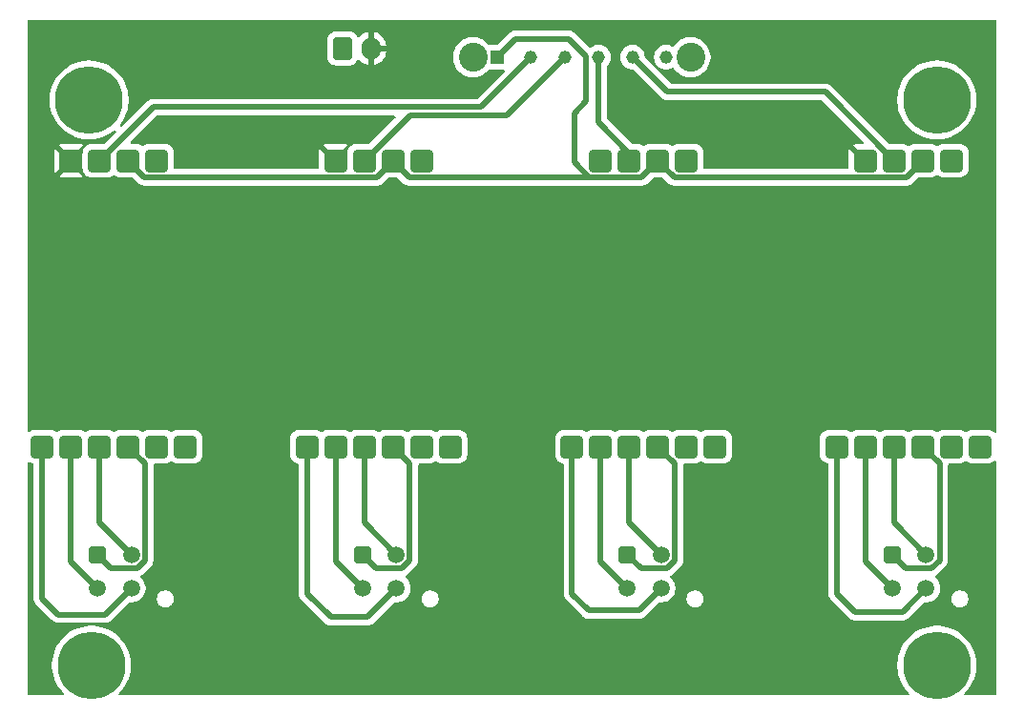
<source format=gtl>
%TF.GenerationSoftware,KiCad,Pcbnew,9.0.0*%
%TF.CreationDate,2025-04-09T17:39:02-07:00*%
%TF.ProjectId,Load Cell Amp Board,4c6f6164-2043-4656-9c6c-20416d702042,rev?*%
%TF.SameCoordinates,Original*%
%TF.FileFunction,Copper,L1,Top*%
%TF.FilePolarity,Positive*%
%FSLAX46Y46*%
G04 Gerber Fmt 4.6, Leading zero omitted, Abs format (unit mm)*
G04 Created by KiCad (PCBNEW 9.0.0) date 2025-04-09 17:39:02*
%MOMM*%
%LPD*%
G01*
G04 APERTURE LIST*
G04 Aperture macros list*
%AMRoundRect*
0 Rectangle with rounded corners*
0 $1 Rounding radius*
0 $2 $3 $4 $5 $6 $7 $8 $9 X,Y pos of 4 corners*
0 Add a 4 corners polygon primitive as box body*
4,1,4,$2,$3,$4,$5,$6,$7,$8,$9,$2,$3,0*
0 Add four circle primitives for the rounded corners*
1,1,$1+$1,$2,$3*
1,1,$1+$1,$4,$5*
1,1,$1+$1,$6,$7*
1,1,$1+$1,$8,$9*
0 Add four rect primitives between the rounded corners*
20,1,$1+$1,$2,$3,$4,$5,0*
20,1,$1+$1,$4,$5,$6,$7,0*
20,1,$1+$1,$6,$7,$8,$9,0*
20,1,$1+$1,$8,$9,$2,$3,0*%
G04 Aperture macros list end*
%TA.AperFunction,ComponentPad*%
%ADD10C,6.000000*%
%TD*%
%TA.AperFunction,ComponentPad*%
%ADD11RoundRect,0.250001X-0.499999X-0.499999X0.499999X-0.499999X0.499999X0.499999X-0.499999X0.499999X0*%
%TD*%
%TA.AperFunction,ComponentPad*%
%ADD12C,1.500000*%
%TD*%
%TA.AperFunction,ComponentPad*%
%ADD13R,1.170000X1.170000*%
%TD*%
%TA.AperFunction,ComponentPad*%
%ADD14C,1.170000*%
%TD*%
%TA.AperFunction,ComponentPad*%
%ADD15C,2.560000*%
%TD*%
%TA.AperFunction,ComponentPad*%
%ADD16RoundRect,0.300000X0.700000X-0.700000X0.700000X0.700000X-0.700000X0.700000X-0.700000X-0.700000X0*%
%TD*%
%TA.AperFunction,ComponentPad*%
%ADD17RoundRect,0.250000X-0.600000X-0.750000X0.600000X-0.750000X0.600000X0.750000X-0.600000X0.750000X0*%
%TD*%
%TA.AperFunction,ComponentPad*%
%ADD18O,1.700000X2.000000*%
%TD*%
%TA.AperFunction,Conductor*%
%ADD19C,0.500000*%
%TD*%
G04 APERTURE END LIST*
D10*
%TO.P,REF\u002A\u002A,1*%
%TO.N,N/C*%
X117800000Y-83400000D03*
%TD*%
D11*
%TO.P,J6,1,Pin_1*%
%TO.N,Net-(HX4-A+)*%
X189055437Y-123775437D03*
D12*
%TO.P,J6,2,Pin_2*%
%TO.N,Net-(HX4-A-)*%
X192055437Y-123775437D03*
%TO.P,J6,3,Pin_3*%
%TO.N,Net-(HX4-E-)*%
X189055437Y-126775437D03*
%TO.P,J6,4,Pin_4*%
%TO.N,Net-(HX4-E+)*%
X192055437Y-126775437D03*
%TD*%
D13*
%TO.P,J1,1,Pin_1*%
%TO.N,Net-(HX1-SCK)*%
X154000000Y-79600000D03*
D14*
%TO.P,J1,2,Pin_2*%
%TO.N,Net-(HX1-DT)*%
X157000000Y-79600000D03*
%TO.P,J1,3,Pin_3*%
%TO.N,Net-(HX2-DT)*%
X160000000Y-79600000D03*
%TO.P,J1,4,Pin_4*%
%TO.N,Net-(HX3-DT)*%
X163000000Y-79600000D03*
%TO.P,J1,5,Pin_5*%
%TO.N,Net-(HX4-DT)*%
X166000000Y-79600000D03*
%TO.P,J1,6,Pin_6*%
%TO.N,unconnected-(J1-Pin_6-Pad6)*%
X169000000Y-79600000D03*
D15*
%TO.P,J1,7*%
%TO.N,N/C*%
X151850000Y-79600000D03*
%TO.P,J1,8*%
X171150000Y-79600000D03*
%TD*%
D10*
%TO.P,REF\u002A\u002A,1*%
%TO.N,N/C*%
X118000000Y-133600000D03*
%TD*%
D16*
%TO.P,HX3,1,VCC*%
%TO.N,Net-(HX1-VCC)*%
X170805437Y-88805437D03*
%TO.P,HX3,2,SCK*%
%TO.N,Net-(HX1-SCK)*%
X168265437Y-88805437D03*
%TO.P,HX3,3,DT*%
%TO.N,Net-(HX3-DT)*%
X165725437Y-88805437D03*
%TO.P,HX3,4,GND*%
%TO.N,GND*%
X163185437Y-88805437D03*
%TO.P,HX3,5,E+*%
%TO.N,Net-(HX3-E+)*%
X160645437Y-114205437D03*
%TO.P,HX3,6,E-*%
%TO.N,Net-(HX3-E-)*%
X163185437Y-114205437D03*
%TO.P,HX3,7,A-*%
%TO.N,Net-(HX3-A-)*%
X165725437Y-114205437D03*
%TO.P,HX3,8,A+*%
%TO.N,Net-(HX3-A+)*%
X168265437Y-114205437D03*
%TO.P,HX3,9,B-*%
%TO.N,unconnected-(HX3-B--Pad9)*%
X170805437Y-114205437D03*
%TO.P,HX3,10,B+*%
%TO.N,unconnected-(HX3-B+-Pad10)*%
X173345437Y-114205437D03*
%TD*%
%TO.P,HX1,1,VCC*%
%TO.N,Net-(HX1-VCC)*%
X123805437Y-88805437D03*
%TO.P,HX1,2,SCK*%
%TO.N,Net-(HX1-SCK)*%
X121265437Y-88805437D03*
%TO.P,HX1,3,DT*%
%TO.N,Net-(HX1-DT)*%
X118725437Y-88805437D03*
%TO.P,HX1,4,GND*%
%TO.N,GND*%
X116185437Y-88805437D03*
%TO.P,HX1,5,E+*%
%TO.N,Net-(HX1-E+)*%
X113645437Y-114205437D03*
%TO.P,HX1,6,E-*%
%TO.N,Net-(HX1-E-)*%
X116185437Y-114205437D03*
%TO.P,HX1,7,A-*%
%TO.N,Net-(HX1-A-)*%
X118725437Y-114205437D03*
%TO.P,HX1,8,A+*%
%TO.N,Net-(HX1-A+)*%
X121265437Y-114205437D03*
%TO.P,HX1,9,B-*%
%TO.N,unconnected-(HX1-B--Pad9)*%
X123805437Y-114205437D03*
%TO.P,HX1,10,B+*%
%TO.N,unconnected-(HX1-B+-Pad10)*%
X126345437Y-114205437D03*
%TD*%
D11*
%TO.P,J3,1,Pin_1*%
%TO.N,Net-(HX2-A+)*%
X142055437Y-123775437D03*
D12*
%TO.P,J3,2,Pin_2*%
%TO.N,Net-(HX2-A-)*%
X145055437Y-123775437D03*
%TO.P,J3,3,Pin_3*%
%TO.N,Net-(HX2-E-)*%
X142055437Y-126775437D03*
%TO.P,J3,4,Pin_4*%
%TO.N,Net-(HX2-E+)*%
X145055437Y-126775437D03*
%TD*%
D10*
%TO.P,REF\u002A\u002A,1*%
%TO.N,N/C*%
X193000000Y-83400000D03*
%TD*%
D16*
%TO.P,HX4,1,VCC*%
%TO.N,Net-(HX1-VCC)*%
X194305437Y-88805437D03*
%TO.P,HX4,2,SCK*%
%TO.N,Net-(HX1-SCK)*%
X191765437Y-88805437D03*
%TO.P,HX4,3,DT*%
%TO.N,Net-(HX4-DT)*%
X189225437Y-88805437D03*
%TO.P,HX4,4,GND*%
%TO.N,GND*%
X186685437Y-88805437D03*
%TO.P,HX4,5,E+*%
%TO.N,Net-(HX4-E+)*%
X184145437Y-114205437D03*
%TO.P,HX4,6,E-*%
%TO.N,Net-(HX4-E-)*%
X186685437Y-114205437D03*
%TO.P,HX4,7,A-*%
%TO.N,Net-(HX4-A-)*%
X189225437Y-114205437D03*
%TO.P,HX4,8,A+*%
%TO.N,Net-(HX4-A+)*%
X191765437Y-114205437D03*
%TO.P,HX4,9,B-*%
%TO.N,unconnected-(HX4-B--Pad9)*%
X194305437Y-114205437D03*
%TO.P,HX4,10,B+*%
%TO.N,unconnected-(HX4-B+-Pad10)*%
X196845437Y-114205437D03*
%TD*%
D11*
%TO.P,J4,1,Pin_1*%
%TO.N,Net-(HX1-A+)*%
X118555437Y-123775437D03*
D12*
%TO.P,J4,2,Pin_2*%
%TO.N,Net-(HX1-A-)*%
X121555437Y-123775437D03*
%TO.P,J4,3,Pin_3*%
%TO.N,Net-(HX1-E-)*%
X118555437Y-126775437D03*
%TO.P,J4,4,Pin_4*%
%TO.N,Net-(HX1-E+)*%
X121555437Y-126775437D03*
%TD*%
D17*
%TO.P,J2,1,Pin_1*%
%TO.N,Net-(HX1-VCC)*%
X140305437Y-78834562D03*
D18*
%TO.P,J2,2,Pin_2*%
%TO.N,GND*%
X142805437Y-78834562D03*
%TD*%
D16*
%TO.P,HX2,1,VCC*%
%TO.N,Net-(HX1-VCC)*%
X147305437Y-88805437D03*
%TO.P,HX2,2,SCK*%
%TO.N,Net-(HX1-SCK)*%
X144765437Y-88805437D03*
%TO.P,HX2,3,DT*%
%TO.N,Net-(HX2-DT)*%
X142225437Y-88805437D03*
%TO.P,HX2,4,GND*%
%TO.N,GND*%
X139685437Y-88805437D03*
%TO.P,HX2,5,E+*%
%TO.N,Net-(HX2-E+)*%
X137145437Y-114205437D03*
%TO.P,HX2,6,E-*%
%TO.N,Net-(HX2-E-)*%
X139685437Y-114205437D03*
%TO.P,HX2,7,A-*%
%TO.N,Net-(HX2-A-)*%
X142225437Y-114205437D03*
%TO.P,HX2,8,A+*%
%TO.N,Net-(HX2-A+)*%
X144765437Y-114205437D03*
%TO.P,HX2,9,B-*%
%TO.N,unconnected-(HX2-B--Pad9)*%
X147305437Y-114205437D03*
%TO.P,HX2,10,B+*%
%TO.N,unconnected-(HX2-B+-Pad10)*%
X149845437Y-114205437D03*
%TD*%
D11*
%TO.P,J5,1,Pin_1*%
%TO.N,Net-(HX3-A+)*%
X165555437Y-123775437D03*
D12*
%TO.P,J5,2,Pin_2*%
%TO.N,Net-(HX3-A-)*%
X168555437Y-123775437D03*
%TO.P,J5,3,Pin_3*%
%TO.N,Net-(HX3-E-)*%
X165555437Y-126775437D03*
%TO.P,J5,4,Pin_4*%
%TO.N,Net-(HX3-E+)*%
X168555437Y-126775437D03*
%TD*%
D10*
%TO.P,REF\u002A\u002A,1*%
%TO.N,N/C*%
X193000000Y-133600000D03*
%TD*%
D19*
%TO.N,Net-(HX1-A+)*%
X122756437Y-115696437D02*
X122756437Y-124272908D01*
X119756437Y-124976437D02*
X118555437Y-123775437D01*
X122756437Y-124272908D02*
X122052908Y-124976437D01*
X121265437Y-114205437D02*
X122756437Y-115696437D01*
X122052908Y-124976437D02*
X119756437Y-124976437D01*
%TO.N,Net-(HX1-A-)*%
X118725437Y-114205437D02*
X118725437Y-120945437D01*
X118725437Y-120945437D02*
X121555437Y-123775437D01*
%TO.N,Net-(HX1-E+)*%
X113645437Y-114205437D02*
X113645437Y-127670437D01*
X113645437Y-127670437D02*
X115075000Y-129100000D01*
X119230874Y-129100000D02*
X121555437Y-126775437D01*
X115075000Y-129100000D02*
X119230874Y-129100000D01*
%TO.N,Net-(HX1-DT)*%
X157000000Y-79600000D02*
X152551000Y-84049000D01*
X152551000Y-84049000D02*
X123481874Y-84049000D01*
X123481874Y-84049000D02*
X118725437Y-88805437D01*
%TO.N,Net-(HX1-SCK)*%
X160350000Y-78000000D02*
X161900000Y-79550000D01*
X122716437Y-90256437D02*
X121265437Y-88805437D01*
X160850000Y-88932076D02*
X162174361Y-90256437D01*
X146216437Y-90256437D02*
X144765437Y-88805437D01*
X162174361Y-90256437D02*
X166814437Y-90256437D01*
X161900000Y-83525000D02*
X160850000Y-84575000D01*
X166814437Y-90256437D02*
X146216437Y-90256437D01*
X160850000Y-84575000D02*
X160850000Y-88932076D01*
X143314437Y-90256437D02*
X122716437Y-90256437D01*
X161900000Y-79550000D02*
X161900000Y-83525000D01*
X168265437Y-88805437D02*
X169716437Y-90256437D01*
X154000000Y-79600000D02*
X155600000Y-78000000D01*
X155600000Y-78000000D02*
X160350000Y-78000000D01*
X190314437Y-90256437D02*
X191765437Y-88805437D01*
X169716437Y-90256437D02*
X190314437Y-90256437D01*
X168265437Y-88805437D02*
X166814437Y-90256437D01*
X144765437Y-88805437D02*
X143314437Y-90256437D01*
%TO.N,Net-(HX1-E-)*%
X116185437Y-114205437D02*
X116185437Y-124405437D01*
X116185437Y-124405437D02*
X118555437Y-126775437D01*
%TO.N,Net-(HX2-A-)*%
X142225437Y-120945437D02*
X145055437Y-123775437D01*
X142225437Y-114205437D02*
X142225437Y-120945437D01*
%TO.N,Net-(HX2-DT)*%
X146280874Y-84750000D02*
X142225437Y-88805437D01*
X154850000Y-84750000D02*
X146280874Y-84750000D01*
X160000000Y-79600000D02*
X154850000Y-84750000D01*
%TO.N,Net-(HX2-E-)*%
X139685437Y-114205437D02*
X139685437Y-124405437D01*
X139685437Y-124405437D02*
X142055437Y-126775437D01*
%TO.N,Net-(HX2-E+)*%
X137145437Y-127235207D02*
X139260230Y-129350000D01*
X137145437Y-114205437D02*
X137145437Y-127235207D01*
X139260230Y-129350000D02*
X142480874Y-129350000D01*
X142480874Y-129350000D02*
X145055437Y-126775437D01*
%TO.N,Net-(HX2-A+)*%
X143256437Y-124976437D02*
X142055437Y-123775437D01*
X146256437Y-115696437D02*
X146256437Y-124272908D01*
X144765437Y-114205437D02*
X146256437Y-115696437D01*
X145552908Y-124976437D02*
X143256437Y-124976437D01*
X146256437Y-124272908D02*
X145552908Y-124976437D01*
%TO.N,Net-(HX3-E-)*%
X163185437Y-124405437D02*
X165555437Y-126775437D01*
X163185437Y-114205437D02*
X163185437Y-124405437D01*
%TO.N,Net-(HX3-E+)*%
X162135230Y-128725000D02*
X166605874Y-128725000D01*
X166605874Y-128725000D02*
X168555437Y-126775437D01*
X160645437Y-127235207D02*
X162135230Y-128725000D01*
X160645437Y-114205437D02*
X160645437Y-127235207D01*
%TO.N,Net-(HX3-DT)*%
X163000000Y-79600000D02*
X163000000Y-85400000D01*
X163000000Y-85400000D02*
X165725437Y-88125437D01*
X165725437Y-88125437D02*
X165725437Y-88805437D01*
%TO.N,Net-(HX3-A+)*%
X169756437Y-115696437D02*
X169756437Y-124272908D01*
X168265437Y-114205437D02*
X169756437Y-115696437D01*
X169052908Y-124976437D02*
X166756437Y-124976437D01*
X169756437Y-124272908D02*
X169052908Y-124976437D01*
X166756437Y-124976437D02*
X165555437Y-123775437D01*
%TO.N,Net-(HX3-A-)*%
X165725437Y-120945437D02*
X168555437Y-123775437D01*
X165725437Y-114205437D02*
X165725437Y-120945437D01*
%TO.N,Net-(HX4-A+)*%
X193256437Y-124272908D02*
X192552908Y-124976437D01*
X191765437Y-114205437D02*
X193256437Y-115696437D01*
X192552908Y-124976437D02*
X190256437Y-124976437D01*
X190256437Y-124976437D02*
X189055437Y-123775437D01*
X193256437Y-115696437D02*
X193256437Y-124272908D01*
%TO.N,Net-(HX4-E-)*%
X186685437Y-114205437D02*
X186685437Y-124405437D01*
X186685437Y-124405437D02*
X189055437Y-126775437D01*
%TO.N,Net-(HX4-E+)*%
X184145437Y-114205437D02*
X184145437Y-127235207D01*
X184145437Y-127235207D02*
X185785230Y-128875000D01*
X185785230Y-128875000D02*
X189955874Y-128875000D01*
X189955874Y-128875000D02*
X192055437Y-126775437D01*
%TO.N,Net-(HX4-A-)*%
X189225437Y-114205437D02*
X189225437Y-120945437D01*
X189225437Y-120945437D02*
X192055437Y-123775437D01*
%TO.N,Net-(HX4-DT)*%
X166000000Y-79600000D02*
X169100000Y-82700000D01*
X169100000Y-82700000D02*
X183120000Y-82700000D01*
X183120000Y-82700000D02*
X189225437Y-88805437D01*
%TD*%
%TA.AperFunction,Conductor*%
%TO.N,GND*%
G36*
X144937683Y-84819185D02*
G01*
X144983438Y-84871989D01*
X144993382Y-84941147D01*
X144964357Y-85004703D01*
X144958325Y-85011181D01*
X142700888Y-87268618D01*
X142639565Y-87302103D01*
X142613207Y-87304937D01*
X141480476Y-87304937D01*
X141346187Y-87320067D01*
X141346182Y-87320068D01*
X141175913Y-87379648D01*
X141023174Y-87475621D01*
X140895621Y-87603174D01*
X140799648Y-87755913D01*
X140740068Y-87926182D01*
X140740067Y-87926187D01*
X140724937Y-88060476D01*
X140724937Y-88068127D01*
X140705252Y-88135166D01*
X140688618Y-88155808D01*
X140168399Y-88676026D01*
X140151362Y-88612444D01*
X140085536Y-88498430D01*
X139992444Y-88405338D01*
X139878430Y-88339512D01*
X139814847Y-88322474D01*
X140748546Y-87388775D01*
X140734741Y-87380102D01*
X140564577Y-87320558D01*
X140430367Y-87305437D01*
X138940507Y-87305437D01*
X138806293Y-87320559D01*
X138806291Y-87320559D01*
X138636133Y-87380101D01*
X138636132Y-87380101D01*
X138622327Y-87388774D01*
X138622327Y-87388775D01*
X139556026Y-88322474D01*
X139492444Y-88339512D01*
X139378430Y-88405338D01*
X139285338Y-88498430D01*
X139219512Y-88612444D01*
X139202474Y-88676026D01*
X138268775Y-87742327D01*
X138268774Y-87742327D01*
X138260101Y-87756132D01*
X138260101Y-87756133D01*
X138200559Y-87926291D01*
X138200559Y-87926293D01*
X138185437Y-88060506D01*
X138185437Y-89381937D01*
X138165752Y-89448976D01*
X138112948Y-89494731D01*
X138061437Y-89505937D01*
X125429937Y-89505937D01*
X125362898Y-89486252D01*
X125317143Y-89433448D01*
X125305937Y-89381937D01*
X125305937Y-88060480D01*
X125305936Y-88060476D01*
X125290806Y-87926187D01*
X125290805Y-87926182D01*
X125231225Y-87755913D01*
X125135252Y-87603174D01*
X125007699Y-87475621D01*
X124854960Y-87379648D01*
X124684691Y-87320068D01*
X124684686Y-87320067D01*
X124550397Y-87304937D01*
X124550391Y-87304937D01*
X123060483Y-87304937D01*
X123060476Y-87304937D01*
X122926187Y-87320067D01*
X122926182Y-87320068D01*
X122755913Y-87379648D01*
X122601409Y-87476730D01*
X122534172Y-87495730D01*
X122469465Y-87476730D01*
X122314960Y-87379648D01*
X122144691Y-87320068D01*
X122144686Y-87320067D01*
X122010397Y-87304937D01*
X122010391Y-87304937D01*
X121586667Y-87304937D01*
X121519628Y-87285252D01*
X121473873Y-87232448D01*
X121463929Y-87163290D01*
X121492954Y-87099734D01*
X121498986Y-87093256D01*
X123756423Y-84835819D01*
X123817746Y-84802334D01*
X123844104Y-84799500D01*
X144870644Y-84799500D01*
X144937683Y-84819185D01*
G37*
%TD.AperFunction*%
%TA.AperFunction,Conductor*%
G36*
X198247976Y-76314747D02*
G01*
X198293731Y-76367551D01*
X198304937Y-76419062D01*
X198304937Y-112833497D01*
X198285252Y-112900536D01*
X198232448Y-112946291D01*
X198163290Y-112956235D01*
X198099734Y-112927210D01*
X198093256Y-112921178D01*
X198047699Y-112875621D01*
X197894960Y-112779648D01*
X197724691Y-112720068D01*
X197724686Y-112720067D01*
X197590397Y-112704937D01*
X197590391Y-112704937D01*
X196100483Y-112704937D01*
X196100476Y-112704937D01*
X195966187Y-112720067D01*
X195966182Y-112720068D01*
X195795913Y-112779648D01*
X195641409Y-112876730D01*
X195574172Y-112895730D01*
X195509465Y-112876730D01*
X195354960Y-112779648D01*
X195184691Y-112720068D01*
X195184686Y-112720067D01*
X195050397Y-112704937D01*
X195050391Y-112704937D01*
X193560483Y-112704937D01*
X193560476Y-112704937D01*
X193426187Y-112720067D01*
X193426182Y-112720068D01*
X193255913Y-112779648D01*
X193101409Y-112876730D01*
X193034172Y-112895730D01*
X192969465Y-112876730D01*
X192814960Y-112779648D01*
X192644691Y-112720068D01*
X192644686Y-112720067D01*
X192510397Y-112704937D01*
X192510391Y-112704937D01*
X191020483Y-112704937D01*
X191020476Y-112704937D01*
X190886187Y-112720067D01*
X190886182Y-112720068D01*
X190715913Y-112779648D01*
X190561409Y-112876730D01*
X190494172Y-112895730D01*
X190429465Y-112876730D01*
X190274960Y-112779648D01*
X190104691Y-112720068D01*
X190104686Y-112720067D01*
X189970397Y-112704937D01*
X189970391Y-112704937D01*
X188480483Y-112704937D01*
X188480476Y-112704937D01*
X188346187Y-112720067D01*
X188346182Y-112720068D01*
X188175913Y-112779648D01*
X188021409Y-112876730D01*
X187954172Y-112895730D01*
X187889465Y-112876730D01*
X187734960Y-112779648D01*
X187564691Y-112720068D01*
X187564686Y-112720067D01*
X187430397Y-112704937D01*
X187430391Y-112704937D01*
X185940483Y-112704937D01*
X185940476Y-112704937D01*
X185806187Y-112720067D01*
X185806182Y-112720068D01*
X185635913Y-112779648D01*
X185481409Y-112876730D01*
X185414172Y-112895730D01*
X185349465Y-112876730D01*
X185194960Y-112779648D01*
X185024691Y-112720068D01*
X185024686Y-112720067D01*
X184890397Y-112704937D01*
X184890391Y-112704937D01*
X183400483Y-112704937D01*
X183400476Y-112704937D01*
X183266187Y-112720067D01*
X183266182Y-112720068D01*
X183095913Y-112779648D01*
X182943174Y-112875621D01*
X182815621Y-113003174D01*
X182719648Y-113155913D01*
X182660068Y-113326182D01*
X182660067Y-113326187D01*
X182644937Y-113460476D01*
X182644937Y-114950397D01*
X182660067Y-115084686D01*
X182660068Y-115084691D01*
X182719648Y-115254960D01*
X182805937Y-115392287D01*
X182815621Y-115407699D01*
X182943175Y-115535253D01*
X183095915Y-115631226D01*
X183266182Y-115690805D01*
X183284819Y-115692904D01*
X183349232Y-115719969D01*
X183388789Y-115777563D01*
X183394937Y-115816125D01*
X183394937Y-127309125D01*
X183394937Y-127309127D01*
X183394936Y-127309127D01*
X183423777Y-127454114D01*
X183423780Y-127454124D01*
X183480351Y-127590699D01*
X183513249Y-127639934D01*
X183513250Y-127639937D01*
X183562483Y-127713621D01*
X183562489Y-127713628D01*
X185202279Y-129353416D01*
X185306814Y-129457951D01*
X185306817Y-129457953D01*
X185306818Y-129457954D01*
X185429733Y-129540083D01*
X185429736Y-129540085D01*
X185479895Y-129560861D01*
X185486310Y-129563518D01*
X185566318Y-129596659D01*
X185682471Y-129619763D01*
X185705610Y-129624365D01*
X185711311Y-129625500D01*
X185711312Y-129625500D01*
X190029794Y-129625500D01*
X190127336Y-129606096D01*
X190174787Y-129596658D01*
X190311369Y-129540084D01*
X190360603Y-129507186D01*
X190434290Y-129457952D01*
X191834033Y-128058206D01*
X191895354Y-128024723D01*
X191941110Y-128023417D01*
X191957020Y-128025937D01*
X191957021Y-128025937D01*
X192153859Y-128025937D01*
X192348263Y-127995146D01*
X192535462Y-127934321D01*
X192710842Y-127844961D01*
X192870083Y-127729265D01*
X192958819Y-127640529D01*
X194294937Y-127640529D01*
X194294937Y-127790344D01*
X194324160Y-127937259D01*
X194324162Y-127937267D01*
X194381488Y-128075666D01*
X194381493Y-128075675D01*
X194464717Y-128200227D01*
X194464720Y-128200231D01*
X194570642Y-128306153D01*
X194570646Y-128306156D01*
X194695198Y-128389380D01*
X194695204Y-128389383D01*
X194695205Y-128389384D01*
X194833607Y-128446712D01*
X194980529Y-128475936D01*
X194980533Y-128475937D01*
X194980534Y-128475937D01*
X195130341Y-128475937D01*
X195130342Y-128475936D01*
X195277267Y-128446712D01*
X195415669Y-128389384D01*
X195540228Y-128306156D01*
X195646156Y-128200228D01*
X195729384Y-128075669D01*
X195786712Y-127937267D01*
X195815937Y-127790340D01*
X195815937Y-127640534D01*
X195786712Y-127493607D01*
X195732499Y-127362726D01*
X195729385Y-127355207D01*
X195729380Y-127355198D01*
X195646156Y-127230646D01*
X195646153Y-127230642D01*
X195540231Y-127124720D01*
X195540227Y-127124717D01*
X195415675Y-127041493D01*
X195415666Y-127041488D01*
X195277267Y-126984162D01*
X195277259Y-126984160D01*
X195130344Y-126954937D01*
X195130340Y-126954937D01*
X194980534Y-126954937D01*
X194980529Y-126954937D01*
X194833614Y-126984160D01*
X194833606Y-126984162D01*
X194695207Y-127041488D01*
X194695198Y-127041493D01*
X194570646Y-127124717D01*
X194570642Y-127124720D01*
X194464720Y-127230642D01*
X194464717Y-127230646D01*
X194381493Y-127355198D01*
X194381488Y-127355207D01*
X194324162Y-127493606D01*
X194324160Y-127493614D01*
X194294937Y-127640529D01*
X192958819Y-127640529D01*
X193009265Y-127590083D01*
X193124961Y-127430842D01*
X193214321Y-127255462D01*
X193275146Y-127068263D01*
X193288466Y-126984162D01*
X193305937Y-126873859D01*
X193305937Y-126677014D01*
X193275146Y-126482610D01*
X193214319Y-126295407D01*
X193124960Y-126120031D01*
X193009265Y-125960791D01*
X192884296Y-125835822D01*
X192874187Y-125817309D01*
X192860098Y-125801611D01*
X192857778Y-125787258D01*
X192850811Y-125774499D01*
X192852315Y-125753459D01*
X192848950Y-125732636D01*
X192854757Y-125719308D01*
X192855795Y-125704807D01*
X192868436Y-125687920D01*
X192876863Y-125668584D01*
X192892222Y-125656146D01*
X192897667Y-125648874D01*
X192903129Y-125645010D01*
X192908277Y-125641572D01*
X192908403Y-125641521D01*
X192957637Y-125608623D01*
X192957680Y-125608593D01*
X192957683Y-125608593D01*
X192996673Y-125582541D01*
X193031324Y-125559389D01*
X193839388Y-124751324D01*
X193921521Y-124628403D01*
X193978095Y-124491821D01*
X194006937Y-124346826D01*
X194006937Y-124198991D01*
X194006937Y-115829937D01*
X194026622Y-115762898D01*
X194079426Y-115717143D01*
X194130937Y-115705937D01*
X195050394Y-115705937D01*
X195050395Y-115705936D01*
X195117541Y-115698371D01*
X195184686Y-115690806D01*
X195184689Y-115690805D01*
X195184692Y-115690805D01*
X195354959Y-115631226D01*
X195507699Y-115535253D01*
X195507699Y-115535252D01*
X195509465Y-115534143D01*
X195576701Y-115515143D01*
X195641409Y-115534143D01*
X195643174Y-115535252D01*
X195643175Y-115535253D01*
X195795915Y-115631226D01*
X195966179Y-115690804D01*
X195966182Y-115690805D01*
X195966187Y-115690806D01*
X196056683Y-115701002D01*
X196100477Y-115705936D01*
X196100480Y-115705937D01*
X196100483Y-115705937D01*
X197590394Y-115705937D01*
X197590395Y-115705936D01*
X197657541Y-115698371D01*
X197724686Y-115690806D01*
X197724689Y-115690805D01*
X197724692Y-115690805D01*
X197894959Y-115631226D01*
X198047699Y-115535253D01*
X198093256Y-115489696D01*
X198154579Y-115456211D01*
X198224271Y-115461195D01*
X198280204Y-115503067D01*
X198304621Y-115568531D01*
X198304937Y-115577377D01*
X198304937Y-136170062D01*
X198285252Y-136237101D01*
X198232448Y-136282856D01*
X198180937Y-136294062D01*
X195555756Y-136294062D01*
X195488717Y-136274377D01*
X195442962Y-136221573D01*
X195433018Y-136152415D01*
X195462043Y-136088859D01*
X195468075Y-136082381D01*
X195596823Y-135953632D01*
X195596828Y-135953627D01*
X195815019Y-135687760D01*
X196006100Y-135401787D01*
X196168231Y-135098462D01*
X196299850Y-134780705D01*
X196399690Y-134451578D01*
X196466789Y-134114250D01*
X196500500Y-133771969D01*
X196500500Y-133428031D01*
X196466789Y-133085750D01*
X196399690Y-132748422D01*
X196299850Y-132419295D01*
X196168231Y-132101538D01*
X196006100Y-131798213D01*
X195815019Y-131512240D01*
X195596828Y-131246373D01*
X195596827Y-131246372D01*
X195596823Y-131246367D01*
X195353632Y-131003176D01*
X195087765Y-130784985D01*
X195087764Y-130784984D01*
X195087760Y-130784981D01*
X194801787Y-130593900D01*
X194801782Y-130593897D01*
X194801775Y-130593893D01*
X194498469Y-130431772D01*
X194498464Y-130431770D01*
X194180706Y-130300150D01*
X193851572Y-130200308D01*
X193514248Y-130133210D01*
X193514249Y-130133210D01*
X193256456Y-130107821D01*
X193171969Y-130099500D01*
X192828031Y-130099500D01*
X192749966Y-130107188D01*
X192485750Y-130133210D01*
X192148427Y-130200308D01*
X191819293Y-130300150D01*
X191501535Y-130431770D01*
X191501530Y-130431772D01*
X191198224Y-130593893D01*
X191198206Y-130593904D01*
X190912248Y-130784975D01*
X190912234Y-130784985D01*
X190646367Y-131003176D01*
X190403176Y-131246367D01*
X190184985Y-131512234D01*
X190184975Y-131512248D01*
X189993904Y-131798206D01*
X189993893Y-131798224D01*
X189831772Y-132101530D01*
X189831770Y-132101535D01*
X189700150Y-132419293D01*
X189600308Y-132748427D01*
X189533210Y-133085750D01*
X189499500Y-133428034D01*
X189499500Y-133771965D01*
X189533210Y-134114249D01*
X189600308Y-134451572D01*
X189700150Y-134780706D01*
X189831770Y-135098464D01*
X189831772Y-135098469D01*
X189993893Y-135401775D01*
X189993904Y-135401793D01*
X190184975Y-135687751D01*
X190184985Y-135687765D01*
X190403176Y-135953632D01*
X190531925Y-136082381D01*
X190565410Y-136143704D01*
X190560426Y-136213396D01*
X190518554Y-136269329D01*
X190453090Y-136293746D01*
X190444244Y-136294062D01*
X120555756Y-136294062D01*
X120488717Y-136274377D01*
X120442962Y-136221573D01*
X120433018Y-136152415D01*
X120462043Y-136088859D01*
X120468075Y-136082381D01*
X120596823Y-135953632D01*
X120596828Y-135953627D01*
X120815019Y-135687760D01*
X121006100Y-135401787D01*
X121168231Y-135098462D01*
X121299850Y-134780705D01*
X121399690Y-134451578D01*
X121466789Y-134114250D01*
X121500500Y-133771969D01*
X121500500Y-133428031D01*
X121466789Y-133085750D01*
X121399690Y-132748422D01*
X121299850Y-132419295D01*
X121168231Y-132101538D01*
X121006100Y-131798213D01*
X120815019Y-131512240D01*
X120596828Y-131246373D01*
X120596827Y-131246372D01*
X120596823Y-131246367D01*
X120353632Y-131003176D01*
X120087765Y-130784985D01*
X120087764Y-130784984D01*
X120087760Y-130784981D01*
X119801787Y-130593900D01*
X119801782Y-130593897D01*
X119801775Y-130593893D01*
X119498469Y-130431772D01*
X119498464Y-130431770D01*
X119180706Y-130300150D01*
X118851572Y-130200308D01*
X118514248Y-130133210D01*
X118514249Y-130133210D01*
X118256456Y-130107821D01*
X118171969Y-130099500D01*
X117828031Y-130099500D01*
X117749966Y-130107188D01*
X117485750Y-130133210D01*
X117148427Y-130200308D01*
X116819293Y-130300150D01*
X116501535Y-130431770D01*
X116501530Y-130431772D01*
X116198224Y-130593893D01*
X116198206Y-130593904D01*
X115912248Y-130784975D01*
X115912234Y-130784985D01*
X115646367Y-131003176D01*
X115403176Y-131246367D01*
X115184985Y-131512234D01*
X115184975Y-131512248D01*
X114993904Y-131798206D01*
X114993893Y-131798224D01*
X114831772Y-132101530D01*
X114831770Y-132101535D01*
X114700150Y-132419293D01*
X114600308Y-132748427D01*
X114533210Y-133085750D01*
X114499500Y-133428034D01*
X114499500Y-133771965D01*
X114533210Y-134114249D01*
X114600308Y-134451572D01*
X114700150Y-134780706D01*
X114831770Y-135098464D01*
X114831772Y-135098469D01*
X114993893Y-135401775D01*
X114993904Y-135401793D01*
X115184975Y-135687751D01*
X115184985Y-135687765D01*
X115403176Y-135953632D01*
X115531925Y-136082381D01*
X115565410Y-136143704D01*
X115560426Y-136213396D01*
X115518554Y-136269329D01*
X115453090Y-136293746D01*
X115444244Y-136294062D01*
X112429937Y-136294062D01*
X112362898Y-136274377D01*
X112317143Y-136221573D01*
X112305937Y-136170062D01*
X112305937Y-115673381D01*
X112325622Y-115606342D01*
X112378426Y-115560587D01*
X112447584Y-115550643D01*
X112495907Y-115568387D01*
X112537501Y-115594522D01*
X112595912Y-115631225D01*
X112595915Y-115631226D01*
X112766182Y-115690805D01*
X112784819Y-115692904D01*
X112849232Y-115719969D01*
X112888789Y-115777563D01*
X112894937Y-115816125D01*
X112894937Y-127744355D01*
X112894937Y-127744357D01*
X112894936Y-127744357D01*
X112923777Y-127889344D01*
X112923780Y-127889354D01*
X112980351Y-128025929D01*
X112980352Y-128025931D01*
X112980353Y-128025932D01*
X112997778Y-128052011D01*
X113013249Y-128075164D01*
X113013250Y-128075167D01*
X113062483Y-128148851D01*
X113062489Y-128148858D01*
X114221580Y-129307947D01*
X114492048Y-129578415D01*
X114492049Y-129578416D01*
X114596583Y-129682950D01*
X114596585Y-129682952D01*
X114719498Y-129765080D01*
X114719511Y-129765087D01*
X114856082Y-129821656D01*
X114856087Y-129821658D01*
X114856091Y-129821658D01*
X114856092Y-129821659D01*
X115001079Y-129850500D01*
X115001082Y-129850500D01*
X119304794Y-129850500D01*
X119402336Y-129831096D01*
X119449787Y-129821658D01*
X119586369Y-129765084D01*
X119635603Y-129732186D01*
X119709290Y-129682952D01*
X121334033Y-128058206D01*
X121395354Y-128024723D01*
X121441110Y-128023417D01*
X121457020Y-128025937D01*
X121457021Y-128025937D01*
X121653859Y-128025937D01*
X121848263Y-127995146D01*
X122035462Y-127934321D01*
X122210842Y-127844961D01*
X122370083Y-127729265D01*
X122458819Y-127640529D01*
X123794937Y-127640529D01*
X123794937Y-127790344D01*
X123824160Y-127937259D01*
X123824162Y-127937267D01*
X123881488Y-128075666D01*
X123881493Y-128075675D01*
X123964717Y-128200227D01*
X123964720Y-128200231D01*
X124070642Y-128306153D01*
X124070646Y-128306156D01*
X124195198Y-128389380D01*
X124195204Y-128389383D01*
X124195205Y-128389384D01*
X124333607Y-128446712D01*
X124480529Y-128475936D01*
X124480533Y-128475937D01*
X124480534Y-128475937D01*
X124630341Y-128475937D01*
X124630342Y-128475936D01*
X124777267Y-128446712D01*
X124915669Y-128389384D01*
X125040228Y-128306156D01*
X125146156Y-128200228D01*
X125229384Y-128075669D01*
X125286712Y-127937267D01*
X125315937Y-127790340D01*
X125315937Y-127640534D01*
X125286712Y-127493607D01*
X125232499Y-127362726D01*
X125229385Y-127355207D01*
X125229380Y-127355198D01*
X125146156Y-127230646D01*
X125146153Y-127230642D01*
X125040231Y-127124720D01*
X125040227Y-127124717D01*
X124915675Y-127041493D01*
X124915666Y-127041488D01*
X124777267Y-126984162D01*
X124777259Y-126984160D01*
X124630344Y-126954937D01*
X124630340Y-126954937D01*
X124480534Y-126954937D01*
X124480529Y-126954937D01*
X124333614Y-126984160D01*
X124333606Y-126984162D01*
X124195207Y-127041488D01*
X124195198Y-127041493D01*
X124070646Y-127124717D01*
X124070642Y-127124720D01*
X123964720Y-127230642D01*
X123964717Y-127230646D01*
X123881493Y-127355198D01*
X123881488Y-127355207D01*
X123824162Y-127493606D01*
X123824160Y-127493614D01*
X123794937Y-127640529D01*
X122458819Y-127640529D01*
X122509265Y-127590083D01*
X122624961Y-127430842D01*
X122714321Y-127255462D01*
X122775146Y-127068263D01*
X122788466Y-126984162D01*
X122805937Y-126873859D01*
X122805937Y-126677014D01*
X122775146Y-126482610D01*
X122714319Y-126295407D01*
X122624960Y-126120031D01*
X122509265Y-125960791D01*
X122384296Y-125835822D01*
X122374187Y-125817309D01*
X122360098Y-125801611D01*
X122357778Y-125787258D01*
X122350811Y-125774499D01*
X122352315Y-125753459D01*
X122348950Y-125732636D01*
X122354757Y-125719308D01*
X122355795Y-125704807D01*
X122368436Y-125687920D01*
X122376863Y-125668584D01*
X122392222Y-125656146D01*
X122397667Y-125648874D01*
X122403129Y-125645010D01*
X122408277Y-125641572D01*
X122408403Y-125641521D01*
X122457637Y-125608623D01*
X122457680Y-125608593D01*
X122457683Y-125608593D01*
X122496673Y-125582541D01*
X122531324Y-125559389D01*
X123339388Y-124751324D01*
X123421521Y-124628403D01*
X123478095Y-124491821D01*
X123506937Y-124346826D01*
X123506937Y-124198991D01*
X123506937Y-115829937D01*
X123526622Y-115762898D01*
X123579426Y-115717143D01*
X123630937Y-115705937D01*
X124550394Y-115705937D01*
X124550395Y-115705936D01*
X124617541Y-115698371D01*
X124684686Y-115690806D01*
X124684689Y-115690805D01*
X124684692Y-115690805D01*
X124854959Y-115631226D01*
X125007699Y-115535253D01*
X125007699Y-115535252D01*
X125009465Y-115534143D01*
X125076701Y-115515143D01*
X125141409Y-115534143D01*
X125143174Y-115535252D01*
X125143175Y-115535253D01*
X125295915Y-115631226D01*
X125466179Y-115690804D01*
X125466182Y-115690805D01*
X125466187Y-115690806D01*
X125556683Y-115701002D01*
X125600477Y-115705936D01*
X125600480Y-115705937D01*
X125600483Y-115705937D01*
X127090394Y-115705937D01*
X127090395Y-115705936D01*
X127157541Y-115698371D01*
X127224686Y-115690806D01*
X127224689Y-115690805D01*
X127224692Y-115690805D01*
X127394959Y-115631226D01*
X127547699Y-115535253D01*
X127675253Y-115407699D01*
X127771226Y-115254959D01*
X127830805Y-115084692D01*
X127845937Y-114950391D01*
X127845937Y-113460483D01*
X127845936Y-113460476D01*
X135644937Y-113460476D01*
X135644937Y-114950397D01*
X135660067Y-115084686D01*
X135660068Y-115084691D01*
X135719648Y-115254960D01*
X135805937Y-115392287D01*
X135815621Y-115407699D01*
X135943175Y-115535253D01*
X136095915Y-115631226D01*
X136266182Y-115690805D01*
X136284819Y-115692904D01*
X136349232Y-115719969D01*
X136388789Y-115777563D01*
X136394937Y-115816125D01*
X136394937Y-127309125D01*
X136394937Y-127309127D01*
X136394936Y-127309127D01*
X136423777Y-127454114D01*
X136423780Y-127454124D01*
X136480351Y-127590699D01*
X136513249Y-127639934D01*
X136513250Y-127639937D01*
X136562483Y-127713621D01*
X136562489Y-127713628D01*
X138781814Y-129932952D01*
X138781816Y-129932954D01*
X138811288Y-129952645D01*
X138855500Y-129982186D01*
X138904735Y-130015084D01*
X138904736Y-130015084D01*
X138904737Y-130015085D01*
X138904739Y-130015086D01*
X139041312Y-130071656D01*
X139041317Y-130071658D01*
X139041321Y-130071658D01*
X139041322Y-130071659D01*
X139186309Y-130100500D01*
X139186312Y-130100500D01*
X142554794Y-130100500D01*
X142652336Y-130081096D01*
X142699787Y-130071658D01*
X142836369Y-130015084D01*
X142885603Y-129982186D01*
X142885608Y-129982183D01*
X142909945Y-129965921D01*
X142959290Y-129932952D01*
X144834033Y-128058207D01*
X144895354Y-128024724D01*
X144941110Y-128023417D01*
X144957020Y-128025937D01*
X144957021Y-128025937D01*
X145153859Y-128025937D01*
X145348263Y-127995146D01*
X145535462Y-127934321D01*
X145710842Y-127844961D01*
X145870083Y-127729265D01*
X145958819Y-127640529D01*
X147294937Y-127640529D01*
X147294937Y-127790344D01*
X147324160Y-127937259D01*
X147324162Y-127937267D01*
X147381488Y-128075666D01*
X147381493Y-128075675D01*
X147464717Y-128200227D01*
X147464720Y-128200231D01*
X147570642Y-128306153D01*
X147570646Y-128306156D01*
X147695198Y-128389380D01*
X147695204Y-128389383D01*
X147695205Y-128389384D01*
X147833607Y-128446712D01*
X147980529Y-128475936D01*
X147980533Y-128475937D01*
X147980534Y-128475937D01*
X148130341Y-128475937D01*
X148130342Y-128475936D01*
X148277267Y-128446712D01*
X148415669Y-128389384D01*
X148540228Y-128306156D01*
X148646156Y-128200228D01*
X148729384Y-128075669D01*
X148786712Y-127937267D01*
X148815937Y-127790340D01*
X148815937Y-127640534D01*
X148786712Y-127493607D01*
X148732499Y-127362726D01*
X148729385Y-127355207D01*
X148729380Y-127355198D01*
X148646156Y-127230646D01*
X148646153Y-127230642D01*
X148540231Y-127124720D01*
X148540227Y-127124717D01*
X148415675Y-127041493D01*
X148415666Y-127041488D01*
X148277267Y-126984162D01*
X148277259Y-126984160D01*
X148130344Y-126954937D01*
X148130340Y-126954937D01*
X147980534Y-126954937D01*
X147980529Y-126954937D01*
X147833614Y-126984160D01*
X147833606Y-126984162D01*
X147695207Y-127041488D01*
X147695198Y-127041493D01*
X147570646Y-127124717D01*
X147570642Y-127124720D01*
X147464720Y-127230642D01*
X147464717Y-127230646D01*
X147381493Y-127355198D01*
X147381488Y-127355207D01*
X147324162Y-127493606D01*
X147324160Y-127493614D01*
X147294937Y-127640529D01*
X145958819Y-127640529D01*
X146009265Y-127590083D01*
X146124961Y-127430842D01*
X146214321Y-127255462D01*
X146275146Y-127068263D01*
X146288466Y-126984162D01*
X146305937Y-126873859D01*
X146305937Y-126677014D01*
X146275146Y-126482610D01*
X146214319Y-126295407D01*
X146124960Y-126120031D01*
X146009265Y-125960791D01*
X145884296Y-125835822D01*
X145874187Y-125817309D01*
X145860098Y-125801611D01*
X145857778Y-125787258D01*
X145850811Y-125774499D01*
X145852315Y-125753459D01*
X145848950Y-125732636D01*
X145854757Y-125719308D01*
X145855795Y-125704807D01*
X145868436Y-125687920D01*
X145876863Y-125668584D01*
X145892222Y-125656146D01*
X145897667Y-125648874D01*
X145903129Y-125645010D01*
X145908277Y-125641572D01*
X145908403Y-125641521D01*
X145957637Y-125608623D01*
X145957680Y-125608593D01*
X145957683Y-125608593D01*
X145996673Y-125582541D01*
X146031324Y-125559389D01*
X146839388Y-124751324D01*
X146921521Y-124628403D01*
X146978095Y-124491821D01*
X147006937Y-124346826D01*
X147006937Y-124198991D01*
X147006937Y-115829937D01*
X147026622Y-115762898D01*
X147079426Y-115717143D01*
X147130937Y-115705937D01*
X148050394Y-115705937D01*
X148050395Y-115705936D01*
X148117541Y-115698371D01*
X148184686Y-115690806D01*
X148184689Y-115690805D01*
X148184692Y-115690805D01*
X148354959Y-115631226D01*
X148507699Y-115535253D01*
X148507699Y-115535252D01*
X148509465Y-115534143D01*
X148576701Y-115515143D01*
X148641409Y-115534143D01*
X148643174Y-115535252D01*
X148643175Y-115535253D01*
X148795915Y-115631226D01*
X148966179Y-115690804D01*
X148966182Y-115690805D01*
X148966187Y-115690806D01*
X149056683Y-115701002D01*
X149100477Y-115705936D01*
X149100480Y-115705937D01*
X149100483Y-115705937D01*
X150590394Y-115705937D01*
X150590395Y-115705936D01*
X150657541Y-115698371D01*
X150724686Y-115690806D01*
X150724689Y-115690805D01*
X150724692Y-115690805D01*
X150894959Y-115631226D01*
X151047699Y-115535253D01*
X151175253Y-115407699D01*
X151271226Y-115254959D01*
X151330805Y-115084692D01*
X151345937Y-114950391D01*
X151345937Y-113460483D01*
X151345936Y-113460476D01*
X159144937Y-113460476D01*
X159144937Y-114950397D01*
X159160067Y-115084686D01*
X159160068Y-115084691D01*
X159219648Y-115254960D01*
X159305937Y-115392287D01*
X159315621Y-115407699D01*
X159443175Y-115535253D01*
X159595915Y-115631226D01*
X159766182Y-115690805D01*
X159784819Y-115692904D01*
X159849232Y-115719969D01*
X159888789Y-115777563D01*
X159894937Y-115816125D01*
X159894937Y-127309125D01*
X159894937Y-127309127D01*
X159894936Y-127309127D01*
X159923777Y-127454114D01*
X159923780Y-127454124D01*
X159980351Y-127590699D01*
X160013249Y-127639934D01*
X160013250Y-127639937D01*
X160062483Y-127713621D01*
X160062489Y-127713628D01*
X161552278Y-129203415D01*
X161552279Y-129203416D01*
X161656810Y-129307947D01*
X161656815Y-129307952D01*
X161779728Y-129390080D01*
X161779741Y-129390087D01*
X161916312Y-129446656D01*
X161916317Y-129446658D01*
X161916321Y-129446658D01*
X161916322Y-129446659D01*
X162061309Y-129475500D01*
X162061312Y-129475500D01*
X166679794Y-129475500D01*
X166777336Y-129456096D01*
X166824787Y-129446658D01*
X166961369Y-129390084D01*
X167016247Y-129353416D01*
X167084290Y-129307952D01*
X168334033Y-128058206D01*
X168395354Y-128024723D01*
X168441110Y-128023417D01*
X168457020Y-128025937D01*
X168457021Y-128025937D01*
X168653859Y-128025937D01*
X168848263Y-127995146D01*
X169035462Y-127934321D01*
X169210842Y-127844961D01*
X169370083Y-127729265D01*
X169458819Y-127640529D01*
X170794937Y-127640529D01*
X170794937Y-127790344D01*
X170824160Y-127937259D01*
X170824162Y-127937267D01*
X170881488Y-128075666D01*
X170881493Y-128075675D01*
X170964717Y-128200227D01*
X170964720Y-128200231D01*
X171070642Y-128306153D01*
X171070646Y-128306156D01*
X171195198Y-128389380D01*
X171195204Y-128389383D01*
X171195205Y-128389384D01*
X171333607Y-128446712D01*
X171480529Y-128475936D01*
X171480533Y-128475937D01*
X171480534Y-128475937D01*
X171630341Y-128475937D01*
X171630342Y-128475936D01*
X171777267Y-128446712D01*
X171915669Y-128389384D01*
X172040228Y-128306156D01*
X172146156Y-128200228D01*
X172229384Y-128075669D01*
X172286712Y-127937267D01*
X172315937Y-127790340D01*
X172315937Y-127640534D01*
X172286712Y-127493607D01*
X172232499Y-127362726D01*
X172229385Y-127355207D01*
X172229380Y-127355198D01*
X172146156Y-127230646D01*
X172146153Y-127230642D01*
X172040231Y-127124720D01*
X172040227Y-127124717D01*
X171915675Y-127041493D01*
X171915666Y-127041488D01*
X171777267Y-126984162D01*
X171777259Y-126984160D01*
X171630344Y-126954937D01*
X171630340Y-126954937D01*
X171480534Y-126954937D01*
X171480529Y-126954937D01*
X171333614Y-126984160D01*
X171333606Y-126984162D01*
X171195207Y-127041488D01*
X171195198Y-127041493D01*
X171070646Y-127124717D01*
X171070642Y-127124720D01*
X170964720Y-127230642D01*
X170964717Y-127230646D01*
X170881493Y-127355198D01*
X170881488Y-127355207D01*
X170824162Y-127493606D01*
X170824160Y-127493614D01*
X170794937Y-127640529D01*
X169458819Y-127640529D01*
X169509265Y-127590083D01*
X169624961Y-127430842D01*
X169714321Y-127255462D01*
X169775146Y-127068263D01*
X169788466Y-126984162D01*
X169805937Y-126873859D01*
X169805937Y-126677014D01*
X169775146Y-126482610D01*
X169714319Y-126295407D01*
X169624960Y-126120031D01*
X169509265Y-125960791D01*
X169384296Y-125835822D01*
X169374187Y-125817309D01*
X169360098Y-125801611D01*
X169357778Y-125787258D01*
X169350811Y-125774499D01*
X169352315Y-125753459D01*
X169348950Y-125732636D01*
X169354757Y-125719308D01*
X169355795Y-125704807D01*
X169368436Y-125687920D01*
X169376863Y-125668584D01*
X169392222Y-125656146D01*
X169397667Y-125648874D01*
X169403129Y-125645010D01*
X169408277Y-125641572D01*
X169408403Y-125641521D01*
X169457637Y-125608623D01*
X169457680Y-125608593D01*
X169457683Y-125608593D01*
X169496673Y-125582541D01*
X169531324Y-125559389D01*
X170339388Y-124751324D01*
X170421521Y-124628403D01*
X170478095Y-124491821D01*
X170506937Y-124346826D01*
X170506937Y-124198991D01*
X170506937Y-115829937D01*
X170526622Y-115762898D01*
X170579426Y-115717143D01*
X170630937Y-115705937D01*
X171550394Y-115705937D01*
X171550395Y-115705936D01*
X171617541Y-115698371D01*
X171684686Y-115690806D01*
X171684689Y-115690805D01*
X171684692Y-115690805D01*
X171854959Y-115631226D01*
X172007699Y-115535253D01*
X172007699Y-115535252D01*
X172009465Y-115534143D01*
X172076701Y-115515143D01*
X172141409Y-115534143D01*
X172143174Y-115535252D01*
X172143175Y-115535253D01*
X172295915Y-115631226D01*
X172466179Y-115690804D01*
X172466182Y-115690805D01*
X172466187Y-115690806D01*
X172556683Y-115701002D01*
X172600477Y-115705936D01*
X172600480Y-115705937D01*
X172600483Y-115705937D01*
X174090394Y-115705937D01*
X174090395Y-115705936D01*
X174157541Y-115698371D01*
X174224686Y-115690806D01*
X174224689Y-115690805D01*
X174224692Y-115690805D01*
X174394959Y-115631226D01*
X174547699Y-115535253D01*
X174675253Y-115407699D01*
X174771226Y-115254959D01*
X174830805Y-115084692D01*
X174845937Y-114950391D01*
X174845937Y-113460483D01*
X174830805Y-113326182D01*
X174771226Y-113155915D01*
X174675253Y-113003175D01*
X174547699Y-112875621D01*
X174492788Y-112841118D01*
X174394960Y-112779648D01*
X174224691Y-112720068D01*
X174224686Y-112720067D01*
X174090397Y-112704937D01*
X174090391Y-112704937D01*
X172600483Y-112704937D01*
X172600476Y-112704937D01*
X172466187Y-112720067D01*
X172466182Y-112720068D01*
X172295913Y-112779648D01*
X172141409Y-112876730D01*
X172074172Y-112895730D01*
X172009465Y-112876730D01*
X171854960Y-112779648D01*
X171684691Y-112720068D01*
X171684686Y-112720067D01*
X171550397Y-112704937D01*
X171550391Y-112704937D01*
X170060483Y-112704937D01*
X170060476Y-112704937D01*
X169926187Y-112720067D01*
X169926182Y-112720068D01*
X169755913Y-112779648D01*
X169601409Y-112876730D01*
X169534172Y-112895730D01*
X169469465Y-112876730D01*
X169314960Y-112779648D01*
X169144691Y-112720068D01*
X169144686Y-112720067D01*
X169010397Y-112704937D01*
X169010391Y-112704937D01*
X167520483Y-112704937D01*
X167520476Y-112704937D01*
X167386187Y-112720067D01*
X167386182Y-112720068D01*
X167215913Y-112779648D01*
X167061409Y-112876730D01*
X166994172Y-112895730D01*
X166929465Y-112876730D01*
X166774960Y-112779648D01*
X166604691Y-112720068D01*
X166604686Y-112720067D01*
X166470397Y-112704937D01*
X166470391Y-112704937D01*
X164980483Y-112704937D01*
X164980476Y-112704937D01*
X164846187Y-112720067D01*
X164846182Y-112720068D01*
X164675913Y-112779648D01*
X164521409Y-112876730D01*
X164454172Y-112895730D01*
X164389465Y-112876730D01*
X164234960Y-112779648D01*
X164064691Y-112720068D01*
X164064686Y-112720067D01*
X163930397Y-112704937D01*
X163930391Y-112704937D01*
X162440483Y-112704937D01*
X162440476Y-112704937D01*
X162306187Y-112720067D01*
X162306182Y-112720068D01*
X162135913Y-112779648D01*
X161981409Y-112876730D01*
X161914172Y-112895730D01*
X161849465Y-112876730D01*
X161694960Y-112779648D01*
X161524691Y-112720068D01*
X161524686Y-112720067D01*
X161390397Y-112704937D01*
X161390391Y-112704937D01*
X159900483Y-112704937D01*
X159900476Y-112704937D01*
X159766187Y-112720067D01*
X159766182Y-112720068D01*
X159595913Y-112779648D01*
X159443174Y-112875621D01*
X159315621Y-113003174D01*
X159219648Y-113155913D01*
X159160068Y-113326182D01*
X159160067Y-113326187D01*
X159144937Y-113460476D01*
X151345936Y-113460476D01*
X151330805Y-113326182D01*
X151271226Y-113155915D01*
X151175253Y-113003175D01*
X151047699Y-112875621D01*
X150992788Y-112841118D01*
X150894960Y-112779648D01*
X150724691Y-112720068D01*
X150724686Y-112720067D01*
X150590397Y-112704937D01*
X150590391Y-112704937D01*
X149100483Y-112704937D01*
X149100476Y-112704937D01*
X148966187Y-112720067D01*
X148966182Y-112720068D01*
X148795913Y-112779648D01*
X148641409Y-112876730D01*
X148574172Y-112895730D01*
X148509465Y-112876730D01*
X148354960Y-112779648D01*
X148184691Y-112720068D01*
X148184686Y-112720067D01*
X148050397Y-112704937D01*
X148050391Y-112704937D01*
X146560483Y-112704937D01*
X146560476Y-112704937D01*
X146426187Y-112720067D01*
X146426182Y-112720068D01*
X146255913Y-112779648D01*
X146101409Y-112876730D01*
X146034172Y-112895730D01*
X145969465Y-112876730D01*
X145814960Y-112779648D01*
X145644691Y-112720068D01*
X145644686Y-112720067D01*
X145510397Y-112704937D01*
X145510391Y-112704937D01*
X144020483Y-112704937D01*
X144020476Y-112704937D01*
X143886187Y-112720067D01*
X143886182Y-112720068D01*
X143715913Y-112779648D01*
X143561409Y-112876730D01*
X143494172Y-112895730D01*
X143429465Y-112876730D01*
X143274960Y-112779648D01*
X143104691Y-112720068D01*
X143104686Y-112720067D01*
X142970397Y-112704937D01*
X142970391Y-112704937D01*
X141480483Y-112704937D01*
X141480476Y-112704937D01*
X141346187Y-112720067D01*
X141346182Y-112720068D01*
X141175913Y-112779648D01*
X141021409Y-112876730D01*
X140954172Y-112895730D01*
X140889465Y-112876730D01*
X140734960Y-112779648D01*
X140564691Y-112720068D01*
X140564686Y-112720067D01*
X140430397Y-112704937D01*
X140430391Y-112704937D01*
X138940483Y-112704937D01*
X138940476Y-112704937D01*
X138806187Y-112720067D01*
X138806182Y-112720068D01*
X138635913Y-112779648D01*
X138481409Y-112876730D01*
X138414172Y-112895730D01*
X138349465Y-112876730D01*
X138194960Y-112779648D01*
X138024691Y-112720068D01*
X138024686Y-112720067D01*
X137890397Y-112704937D01*
X137890391Y-112704937D01*
X136400483Y-112704937D01*
X136400476Y-112704937D01*
X136266187Y-112720067D01*
X136266182Y-112720068D01*
X136095913Y-112779648D01*
X135943174Y-112875621D01*
X135815621Y-113003174D01*
X135719648Y-113155913D01*
X135660068Y-113326182D01*
X135660067Y-113326187D01*
X135644937Y-113460476D01*
X127845936Y-113460476D01*
X127830805Y-113326182D01*
X127771226Y-113155915D01*
X127675253Y-113003175D01*
X127547699Y-112875621D01*
X127492788Y-112841118D01*
X127394960Y-112779648D01*
X127224691Y-112720068D01*
X127224686Y-112720067D01*
X127090397Y-112704937D01*
X127090391Y-112704937D01*
X125600483Y-112704937D01*
X125600476Y-112704937D01*
X125466187Y-112720067D01*
X125466182Y-112720068D01*
X125295913Y-112779648D01*
X125141409Y-112876730D01*
X125074172Y-112895730D01*
X125009465Y-112876730D01*
X124854960Y-112779648D01*
X124684691Y-112720068D01*
X124684686Y-112720067D01*
X124550397Y-112704937D01*
X124550391Y-112704937D01*
X123060483Y-112704937D01*
X123060476Y-112704937D01*
X122926187Y-112720067D01*
X122926182Y-112720068D01*
X122755913Y-112779648D01*
X122601409Y-112876730D01*
X122534172Y-112895730D01*
X122469465Y-112876730D01*
X122314960Y-112779648D01*
X122144691Y-112720068D01*
X122144686Y-112720067D01*
X122010397Y-112704937D01*
X122010391Y-112704937D01*
X120520483Y-112704937D01*
X120520476Y-112704937D01*
X120386187Y-112720067D01*
X120386182Y-112720068D01*
X120215913Y-112779648D01*
X120061409Y-112876730D01*
X119994172Y-112895730D01*
X119929465Y-112876730D01*
X119774960Y-112779648D01*
X119604691Y-112720068D01*
X119604686Y-112720067D01*
X119470397Y-112704937D01*
X119470391Y-112704937D01*
X117980483Y-112704937D01*
X117980476Y-112704937D01*
X117846187Y-112720067D01*
X117846182Y-112720068D01*
X117675913Y-112779648D01*
X117521409Y-112876730D01*
X117454172Y-112895730D01*
X117389465Y-112876730D01*
X117234960Y-112779648D01*
X117064691Y-112720068D01*
X117064686Y-112720067D01*
X116930397Y-112704937D01*
X116930391Y-112704937D01*
X115440483Y-112704937D01*
X115440476Y-112704937D01*
X115306187Y-112720067D01*
X115306182Y-112720068D01*
X115135913Y-112779648D01*
X114981409Y-112876730D01*
X114914172Y-112895730D01*
X114849465Y-112876730D01*
X114694960Y-112779648D01*
X114524691Y-112720068D01*
X114524686Y-112720067D01*
X114390397Y-112704937D01*
X114390391Y-112704937D01*
X112900483Y-112704937D01*
X112900476Y-112704937D01*
X112766187Y-112720067D01*
X112766182Y-112720068D01*
X112595913Y-112779648D01*
X112495909Y-112842486D01*
X112428673Y-112861486D01*
X112361837Y-112841118D01*
X112316623Y-112787851D01*
X112305937Y-112737492D01*
X112305937Y-83228034D01*
X114299500Y-83228034D01*
X114299500Y-83571965D01*
X114333210Y-83914249D01*
X114400308Y-84251572D01*
X114475996Y-84501082D01*
X114500150Y-84580705D01*
X114605821Y-84835819D01*
X114631770Y-84898464D01*
X114631772Y-84898469D01*
X114793893Y-85201775D01*
X114793904Y-85201793D01*
X114984975Y-85487751D01*
X114984985Y-85487765D01*
X115203176Y-85753632D01*
X115446367Y-85996823D01*
X115446372Y-85996827D01*
X115446373Y-85996828D01*
X115712240Y-86215019D01*
X115998213Y-86406100D01*
X115998222Y-86406105D01*
X115998224Y-86406106D01*
X116301530Y-86568227D01*
X116301532Y-86568227D01*
X116301538Y-86568231D01*
X116619295Y-86699850D01*
X116948422Y-86799690D01*
X117285750Y-86866789D01*
X117628031Y-86900500D01*
X117628034Y-86900500D01*
X117971966Y-86900500D01*
X117971969Y-86900500D01*
X118314250Y-86866789D01*
X118651578Y-86799690D01*
X118980705Y-86699850D01*
X119298462Y-86568231D01*
X119601787Y-86406100D01*
X119887760Y-86215019D01*
X119981707Y-86137918D01*
X120046016Y-86110606D01*
X120114883Y-86122397D01*
X120166444Y-86169549D01*
X120184327Y-86237091D01*
X120162854Y-86303580D01*
X120148052Y-86321453D01*
X119200888Y-87268618D01*
X119139565Y-87302103D01*
X119113207Y-87304937D01*
X117980476Y-87304937D01*
X117846187Y-87320067D01*
X117846182Y-87320068D01*
X117675913Y-87379648D01*
X117523174Y-87475621D01*
X117395621Y-87603174D01*
X117299648Y-87755913D01*
X117240068Y-87926182D01*
X117240067Y-87926187D01*
X117224937Y-88060476D01*
X117224937Y-88068127D01*
X117205252Y-88135166D01*
X117188618Y-88155808D01*
X116668399Y-88676026D01*
X116651362Y-88612444D01*
X116585536Y-88498430D01*
X116492444Y-88405338D01*
X116378430Y-88339512D01*
X116314847Y-88322474D01*
X117248546Y-87388775D01*
X117234741Y-87380102D01*
X117064577Y-87320558D01*
X116930367Y-87305437D01*
X115440507Y-87305437D01*
X115306293Y-87320559D01*
X115306291Y-87320559D01*
X115136133Y-87380101D01*
X115136132Y-87380101D01*
X115122327Y-87388774D01*
X115122327Y-87388775D01*
X116056026Y-88322474D01*
X115992444Y-88339512D01*
X115878430Y-88405338D01*
X115785338Y-88498430D01*
X115719512Y-88612444D01*
X115702474Y-88676026D01*
X114768775Y-87742327D01*
X114768774Y-87742327D01*
X114760101Y-87756132D01*
X114760101Y-87756133D01*
X114700559Y-87926291D01*
X114700559Y-87926293D01*
X114685437Y-88060506D01*
X114685437Y-89550367D01*
X114700558Y-89684577D01*
X114760102Y-89854741D01*
X114768775Y-89868545D01*
X114768775Y-89868546D01*
X115702474Y-88934847D01*
X115719512Y-88998430D01*
X115785338Y-89112444D01*
X115878430Y-89205536D01*
X115992444Y-89271362D01*
X116056026Y-89288399D01*
X115122326Y-90222097D01*
X115136133Y-90230772D01*
X115306296Y-90290315D01*
X115440506Y-90305436D01*
X115440507Y-90305437D01*
X116930367Y-90305437D01*
X116930367Y-90305436D01*
X117064578Y-90290314D01*
X117234735Y-90230774D01*
X117234739Y-90230772D01*
X117248545Y-90222097D01*
X116314847Y-89288399D01*
X116378430Y-89271362D01*
X116492444Y-89205536D01*
X116585536Y-89112444D01*
X116651362Y-88998430D01*
X116668399Y-88934847D01*
X117188618Y-89455066D01*
X117222103Y-89516389D01*
X117224937Y-89542747D01*
X117224937Y-89550397D01*
X117240067Y-89684686D01*
X117240068Y-89684691D01*
X117299648Y-89854960D01*
X117308185Y-89868546D01*
X117395621Y-90007699D01*
X117523175Y-90135253D01*
X117613517Y-90192019D01*
X117675195Y-90230774D01*
X117675915Y-90231226D01*
X117844779Y-90290314D01*
X117846182Y-90290805D01*
X117846187Y-90290806D01*
X117936683Y-90301002D01*
X117980477Y-90305936D01*
X117980480Y-90305937D01*
X117980483Y-90305937D01*
X119470394Y-90305937D01*
X119470395Y-90305936D01*
X119537541Y-90298371D01*
X119604686Y-90290806D01*
X119604689Y-90290805D01*
X119604692Y-90290805D01*
X119774959Y-90231226D01*
X119927699Y-90135253D01*
X119927699Y-90135252D01*
X119929465Y-90134143D01*
X119996701Y-90115143D01*
X120061409Y-90134143D01*
X120063174Y-90135252D01*
X120063175Y-90135253D01*
X120215915Y-90231226D01*
X120384779Y-90290314D01*
X120386182Y-90290805D01*
X120386187Y-90290806D01*
X120476683Y-90301002D01*
X120520477Y-90305936D01*
X120520480Y-90305937D01*
X120520483Y-90305937D01*
X121653207Y-90305937D01*
X121720246Y-90325622D01*
X121740888Y-90342256D01*
X122238023Y-90839391D01*
X122267495Y-90859082D01*
X122311707Y-90888623D01*
X122360942Y-90921521D01*
X122360943Y-90921521D01*
X122360944Y-90921522D01*
X122360946Y-90921523D01*
X122497519Y-90978093D01*
X122497524Y-90978095D01*
X122497528Y-90978095D01*
X122497529Y-90978096D01*
X122642516Y-91006937D01*
X122642519Y-91006937D01*
X143388357Y-91006937D01*
X143485899Y-90987533D01*
X143533350Y-90978095D01*
X143669932Y-90921521D01*
X143719166Y-90888623D01*
X143719171Y-90888620D01*
X143743508Y-90872358D01*
X143792853Y-90839389D01*
X144289986Y-90342256D01*
X144351309Y-90308771D01*
X144377667Y-90305937D01*
X145153207Y-90305937D01*
X145220246Y-90325622D01*
X145240888Y-90342256D01*
X145738023Y-90839391D01*
X145767495Y-90859082D01*
X145811707Y-90888623D01*
X145860942Y-90921521D01*
X145860943Y-90921521D01*
X145860944Y-90921522D01*
X145860946Y-90921523D01*
X145997519Y-90978093D01*
X145997524Y-90978095D01*
X145997528Y-90978095D01*
X145997529Y-90978096D01*
X146142516Y-91006937D01*
X146142519Y-91006937D01*
X166888357Y-91006937D01*
X166985899Y-90987533D01*
X167033350Y-90978095D01*
X167169932Y-90921521D01*
X167219166Y-90888623D01*
X167219171Y-90888620D01*
X167243508Y-90872358D01*
X167292853Y-90839389D01*
X167789986Y-90342256D01*
X167851309Y-90308771D01*
X167877667Y-90305937D01*
X168653207Y-90305937D01*
X168720246Y-90325622D01*
X168740888Y-90342256D01*
X169238023Y-90839391D01*
X169267495Y-90859082D01*
X169311707Y-90888623D01*
X169360942Y-90921521D01*
X169360943Y-90921521D01*
X169360944Y-90921522D01*
X169360946Y-90921523D01*
X169497519Y-90978093D01*
X169497524Y-90978095D01*
X169497528Y-90978095D01*
X169497529Y-90978096D01*
X169642516Y-91006937D01*
X169642519Y-91006937D01*
X190388357Y-91006937D01*
X190485899Y-90987533D01*
X190533350Y-90978095D01*
X190669932Y-90921521D01*
X190719166Y-90888623D01*
X190719171Y-90888620D01*
X190743508Y-90872358D01*
X190792853Y-90839389D01*
X191289986Y-90342256D01*
X191351309Y-90308771D01*
X191377667Y-90305937D01*
X192510394Y-90305937D01*
X192510395Y-90305936D01*
X192577541Y-90298371D01*
X192644686Y-90290806D01*
X192644689Y-90290805D01*
X192644692Y-90290805D01*
X192814959Y-90231226D01*
X192967699Y-90135253D01*
X192967699Y-90135252D01*
X192969465Y-90134143D01*
X193036701Y-90115143D01*
X193101409Y-90134143D01*
X193103174Y-90135252D01*
X193103175Y-90135253D01*
X193255915Y-90231226D01*
X193424779Y-90290314D01*
X193426182Y-90290805D01*
X193426187Y-90290806D01*
X193516683Y-90301002D01*
X193560477Y-90305936D01*
X193560480Y-90305937D01*
X193560483Y-90305937D01*
X195050394Y-90305937D01*
X195050395Y-90305936D01*
X195117541Y-90298371D01*
X195184686Y-90290806D01*
X195184689Y-90290805D01*
X195184692Y-90290805D01*
X195354959Y-90231226D01*
X195507699Y-90135253D01*
X195635253Y-90007699D01*
X195731226Y-89854959D01*
X195790805Y-89684692D01*
X195805937Y-89550391D01*
X195805937Y-88060483D01*
X195790818Y-87926293D01*
X195790806Y-87926187D01*
X195790805Y-87926182D01*
X195731225Y-87755913D01*
X195635252Y-87603174D01*
X195507699Y-87475621D01*
X195354960Y-87379648D01*
X195184691Y-87320068D01*
X195184686Y-87320067D01*
X195050397Y-87304937D01*
X195050391Y-87304937D01*
X193560483Y-87304937D01*
X193560476Y-87304937D01*
X193426187Y-87320067D01*
X193426182Y-87320068D01*
X193255913Y-87379648D01*
X193101409Y-87476730D01*
X193034172Y-87495730D01*
X192969465Y-87476730D01*
X192814960Y-87379648D01*
X192644691Y-87320068D01*
X192644686Y-87320067D01*
X192510397Y-87304937D01*
X192510391Y-87304937D01*
X191020483Y-87304937D01*
X191020476Y-87304937D01*
X190886187Y-87320067D01*
X190886182Y-87320068D01*
X190715913Y-87379648D01*
X190561409Y-87476730D01*
X190494172Y-87495730D01*
X190429465Y-87476730D01*
X190274960Y-87379648D01*
X190104691Y-87320068D01*
X190104686Y-87320067D01*
X189970397Y-87304937D01*
X189970391Y-87304937D01*
X188837667Y-87304937D01*
X188770628Y-87285252D01*
X188749986Y-87268618D01*
X184794037Y-83312668D01*
X184709403Y-83228034D01*
X189499500Y-83228034D01*
X189499500Y-83571965D01*
X189533210Y-83914249D01*
X189600308Y-84251572D01*
X189675996Y-84501082D01*
X189700150Y-84580705D01*
X189805821Y-84835819D01*
X189831770Y-84898464D01*
X189831772Y-84898469D01*
X189993893Y-85201775D01*
X189993904Y-85201793D01*
X190184975Y-85487751D01*
X190184985Y-85487765D01*
X190403176Y-85753632D01*
X190646367Y-85996823D01*
X190646372Y-85996827D01*
X190646373Y-85996828D01*
X190912240Y-86215019D01*
X191198213Y-86406100D01*
X191198222Y-86406105D01*
X191198224Y-86406106D01*
X191501530Y-86568227D01*
X191501532Y-86568227D01*
X191501538Y-86568231D01*
X191819295Y-86699850D01*
X192148422Y-86799690D01*
X192485750Y-86866789D01*
X192828031Y-86900500D01*
X192828034Y-86900500D01*
X193171966Y-86900500D01*
X193171969Y-86900500D01*
X193514250Y-86866789D01*
X193851578Y-86799690D01*
X194180705Y-86699850D01*
X194498462Y-86568231D01*
X194801787Y-86406100D01*
X195087760Y-86215019D01*
X195353627Y-85996828D01*
X195596828Y-85753627D01*
X195815019Y-85487760D01*
X196006100Y-85201787D01*
X196168231Y-84898462D01*
X196299850Y-84580705D01*
X196399690Y-84251578D01*
X196466789Y-83914250D01*
X196500500Y-83571969D01*
X196500500Y-83228031D01*
X196466789Y-82885750D01*
X196399690Y-82548422D01*
X196299850Y-82219295D01*
X196168231Y-81901538D01*
X196006100Y-81598213D01*
X195815019Y-81312240D01*
X195596828Y-81046373D01*
X195596827Y-81046372D01*
X195596823Y-81046367D01*
X195353632Y-80803176D01*
X195087765Y-80584985D01*
X195087764Y-80584984D01*
X195087760Y-80584981D01*
X194801787Y-80393900D01*
X194801782Y-80393897D01*
X194801775Y-80393893D01*
X194498469Y-80231772D01*
X194498464Y-80231770D01*
X194180706Y-80100150D01*
X193851572Y-80000308D01*
X193514248Y-79933210D01*
X193514249Y-79933210D01*
X193256456Y-79907821D01*
X193171969Y-79899500D01*
X192828031Y-79899500D01*
X192749966Y-79907188D01*
X192485750Y-79933210D01*
X192148427Y-80000308D01*
X191819293Y-80100150D01*
X191501535Y-80231770D01*
X191501530Y-80231772D01*
X191198224Y-80393893D01*
X191198206Y-80393904D01*
X190912248Y-80584975D01*
X190912234Y-80584985D01*
X190646367Y-80803176D01*
X190403176Y-81046367D01*
X190184985Y-81312234D01*
X190184975Y-81312248D01*
X189993904Y-81598206D01*
X189993893Y-81598224D01*
X189831772Y-81901530D01*
X189831770Y-81901535D01*
X189700150Y-82219293D01*
X189600308Y-82548427D01*
X189533210Y-82885750D01*
X189499500Y-83228034D01*
X184709403Y-83228034D01*
X183598421Y-82117052D01*
X183598414Y-82117046D01*
X183524729Y-82067812D01*
X183524729Y-82067813D01*
X183475491Y-82034913D01*
X183338917Y-81978343D01*
X183338907Y-81978340D01*
X183193920Y-81949500D01*
X183193918Y-81949500D01*
X169462230Y-81949500D01*
X169395191Y-81929815D01*
X169374549Y-81913181D01*
X167121819Y-79660451D01*
X167107115Y-79633523D01*
X167090523Y-79607705D01*
X167089631Y-79601504D01*
X167088334Y-79599128D01*
X167085500Y-79572770D01*
X167085500Y-79514563D01*
X167914500Y-79514563D01*
X167914500Y-79685436D01*
X167941228Y-79854189D01*
X167993247Y-80014289D01*
X167994027Y-80016688D01*
X168071597Y-80168926D01*
X168172027Y-80307156D01*
X168292844Y-80427973D01*
X168431074Y-80528403D01*
X168583312Y-80605973D01*
X168745811Y-80658772D01*
X168832755Y-80672542D01*
X168914564Y-80685500D01*
X168914569Y-80685500D01*
X169085436Y-80685500D01*
X169160013Y-80673687D01*
X169254189Y-80658772D01*
X169416688Y-80605973D01*
X169512402Y-80557203D01*
X169581069Y-80544307D01*
X169645810Y-80570583D01*
X169667072Y-80592202D01*
X169808475Y-80776482D01*
X169808481Y-80776489D01*
X169973510Y-80941518D01*
X169973516Y-80941523D01*
X170158685Y-81083608D01*
X170158692Y-81083612D01*
X170360807Y-81200304D01*
X170360812Y-81200306D01*
X170360815Y-81200308D01*
X170576449Y-81289626D01*
X170801896Y-81350035D01*
X171033300Y-81380500D01*
X171033307Y-81380500D01*
X171266693Y-81380500D01*
X171266700Y-81380500D01*
X171498104Y-81350035D01*
X171723551Y-81289626D01*
X171939185Y-81200308D01*
X172141315Y-81083608D01*
X172326484Y-80941523D01*
X172491523Y-80776484D01*
X172633608Y-80591315D01*
X172742976Y-80401882D01*
X172750304Y-80389192D01*
X172750304Y-80389191D01*
X172750308Y-80389185D01*
X172839626Y-80173551D01*
X172900035Y-79948104D01*
X172930500Y-79716700D01*
X172930500Y-79483300D01*
X172900035Y-79251896D01*
X172839626Y-79026449D01*
X172750308Y-78810815D01*
X172750306Y-78810812D01*
X172750304Y-78810807D01*
X172633612Y-78608692D01*
X172633608Y-78608685D01*
X172592698Y-78555370D01*
X172491524Y-78423517D01*
X172491518Y-78423510D01*
X172326489Y-78258481D01*
X172326482Y-78258475D01*
X172141323Y-78116398D01*
X172141321Y-78116396D01*
X172141315Y-78116392D01*
X172141310Y-78116389D01*
X172141307Y-78116387D01*
X171939192Y-77999695D01*
X171939181Y-77999690D01*
X171723555Y-77910375D01*
X171498100Y-77849964D01*
X171266709Y-77819501D01*
X171266706Y-77819500D01*
X171266700Y-77819500D01*
X171033300Y-77819500D01*
X171033294Y-77819500D01*
X171033290Y-77819501D01*
X170801899Y-77849964D01*
X170576444Y-77910375D01*
X170360818Y-77999690D01*
X170360807Y-77999695D01*
X170158692Y-78116387D01*
X170158676Y-78116398D01*
X169973517Y-78258475D01*
X169973510Y-78258481D01*
X169808481Y-78423510D01*
X169667072Y-78607798D01*
X169610644Y-78649000D01*
X169540898Y-78653155D01*
X169512401Y-78642796D01*
X169509993Y-78641569D01*
X169416688Y-78594027D01*
X169254189Y-78541228D01*
X169085436Y-78514500D01*
X169085431Y-78514500D01*
X168914569Y-78514500D01*
X168914564Y-78514500D01*
X168745810Y-78541228D01*
X168583314Y-78594026D01*
X168431073Y-78671597D01*
X168388000Y-78702892D01*
X168292844Y-78772027D01*
X168292842Y-78772029D01*
X168292841Y-78772029D01*
X168172029Y-78892841D01*
X168172029Y-78892842D01*
X168172027Y-78892844D01*
X168166546Y-78900388D01*
X168071597Y-79031073D01*
X167994026Y-79183314D01*
X167941228Y-79345810D01*
X167914500Y-79514563D01*
X167085500Y-79514563D01*
X167071325Y-79425069D01*
X167058772Y-79345811D01*
X167005973Y-79183312D01*
X166928403Y-79031074D01*
X166827973Y-78892844D01*
X166707156Y-78772027D01*
X166568926Y-78671597D01*
X166416688Y-78594027D01*
X166254189Y-78541228D01*
X166085436Y-78514500D01*
X166085431Y-78514500D01*
X165914569Y-78514500D01*
X165914564Y-78514500D01*
X165745810Y-78541228D01*
X165583314Y-78594026D01*
X165431073Y-78671597D01*
X165388000Y-78702892D01*
X165292844Y-78772027D01*
X165292842Y-78772029D01*
X165292841Y-78772029D01*
X165172029Y-78892841D01*
X165172029Y-78892842D01*
X165172027Y-78892844D01*
X165166546Y-78900388D01*
X165071597Y-79031073D01*
X164994026Y-79183314D01*
X164941228Y-79345810D01*
X164914500Y-79514563D01*
X164914500Y-79685436D01*
X164941228Y-79854189D01*
X164993247Y-80014289D01*
X164994027Y-80016688D01*
X165071597Y-80168926D01*
X165172027Y-80307156D01*
X165292844Y-80427973D01*
X165431074Y-80528403D01*
X165583312Y-80605973D01*
X165745811Y-80658772D01*
X165832755Y-80672542D01*
X165914564Y-80685500D01*
X165914569Y-80685500D01*
X165972770Y-80685500D01*
X166039809Y-80705185D01*
X166060451Y-80721819D01*
X168621578Y-83282947D01*
X168621581Y-83282950D01*
X168621584Y-83282952D01*
X168688018Y-83327341D01*
X168744505Y-83365084D01*
X168881087Y-83421658D01*
X168881091Y-83421658D01*
X168881092Y-83421659D01*
X169026079Y-83450500D01*
X169026082Y-83450500D01*
X169026083Y-83450500D01*
X169173917Y-83450500D01*
X182757770Y-83450500D01*
X182824809Y-83470185D01*
X182845451Y-83486819D01*
X186452388Y-87093756D01*
X186485873Y-87155079D01*
X186480889Y-87224771D01*
X186439017Y-87280704D01*
X186373553Y-87305121D01*
X186364707Y-87305437D01*
X185940507Y-87305437D01*
X185806293Y-87320559D01*
X185806291Y-87320559D01*
X185636133Y-87380101D01*
X185636132Y-87380101D01*
X185622327Y-87388774D01*
X185622327Y-87388775D01*
X186556026Y-88322474D01*
X186492444Y-88339512D01*
X186378430Y-88405338D01*
X186285338Y-88498430D01*
X186219512Y-88612444D01*
X186202474Y-88676026D01*
X185268775Y-87742327D01*
X185268774Y-87742327D01*
X185260101Y-87756132D01*
X185260101Y-87756133D01*
X185200559Y-87926291D01*
X185200559Y-87926293D01*
X185185437Y-88060506D01*
X185185437Y-89381937D01*
X185165752Y-89448976D01*
X185112948Y-89494731D01*
X185061437Y-89505937D01*
X172429937Y-89505937D01*
X172362898Y-89486252D01*
X172317143Y-89433448D01*
X172305937Y-89381937D01*
X172305937Y-88060480D01*
X172305936Y-88060476D01*
X172290806Y-87926187D01*
X172290805Y-87926182D01*
X172231225Y-87755913D01*
X172135252Y-87603174D01*
X172007699Y-87475621D01*
X171854960Y-87379648D01*
X171684691Y-87320068D01*
X171684686Y-87320067D01*
X171550397Y-87304937D01*
X171550391Y-87304937D01*
X170060483Y-87304937D01*
X170060476Y-87304937D01*
X169926187Y-87320067D01*
X169926182Y-87320068D01*
X169755913Y-87379648D01*
X169601409Y-87476730D01*
X169534172Y-87495730D01*
X169469465Y-87476730D01*
X169314960Y-87379648D01*
X169144691Y-87320068D01*
X169144686Y-87320067D01*
X169010397Y-87304937D01*
X169010391Y-87304937D01*
X167520483Y-87304937D01*
X167520476Y-87304937D01*
X167386187Y-87320067D01*
X167386182Y-87320068D01*
X167215913Y-87379648D01*
X167061409Y-87476730D01*
X166994172Y-87495730D01*
X166929465Y-87476730D01*
X166774960Y-87379648D01*
X166604691Y-87320068D01*
X166604686Y-87320067D01*
X166470397Y-87304937D01*
X166470391Y-87304937D01*
X166017667Y-87304937D01*
X165950628Y-87285252D01*
X165929986Y-87268618D01*
X163786819Y-85125451D01*
X163753334Y-85064128D01*
X163750500Y-85037770D01*
X163750500Y-80435991D01*
X163770185Y-80368952D01*
X163786819Y-80348310D01*
X163800069Y-80335060D01*
X163827973Y-80307156D01*
X163928403Y-80168926D01*
X164005973Y-80016688D01*
X164058772Y-79854189D01*
X164073687Y-79760013D01*
X164085500Y-79685436D01*
X164085500Y-79514563D01*
X164071325Y-79425069D01*
X164058772Y-79345811D01*
X164005973Y-79183312D01*
X163928403Y-79031074D01*
X163827973Y-78892844D01*
X163707156Y-78772027D01*
X163568926Y-78671597D01*
X163416688Y-78594027D01*
X163254189Y-78541228D01*
X163085436Y-78514500D01*
X163085431Y-78514500D01*
X162914569Y-78514500D01*
X162914564Y-78514500D01*
X162745810Y-78541228D01*
X162583314Y-78594026D01*
X162431074Y-78671596D01*
X162315130Y-78755834D01*
X162249323Y-78779313D01*
X162181269Y-78763487D01*
X162154564Y-78743196D01*
X160828421Y-77417052D01*
X160828414Y-77417046D01*
X160754729Y-77367812D01*
X160754729Y-77367813D01*
X160705491Y-77334913D01*
X160568917Y-77278343D01*
X160568907Y-77278340D01*
X160423920Y-77249500D01*
X160423918Y-77249500D01*
X155526082Y-77249500D01*
X155526076Y-77249500D01*
X155497242Y-77255234D01*
X155497243Y-77255235D01*
X155381093Y-77278339D01*
X155381083Y-77278342D01*
X155301081Y-77311479D01*
X155301082Y-77311480D01*
X155244502Y-77334917D01*
X155195269Y-77367813D01*
X155121588Y-77417044D01*
X155121580Y-77417050D01*
X154060449Y-78478181D01*
X153999126Y-78511666D01*
X153972768Y-78514500D01*
X153367129Y-78514500D01*
X153367118Y-78514501D01*
X153338634Y-78517563D01*
X153269875Y-78505155D01*
X153227007Y-78469759D01*
X153191524Y-78423517D01*
X153191518Y-78423510D01*
X153026489Y-78258481D01*
X153026482Y-78258475D01*
X152841323Y-78116398D01*
X152841321Y-78116396D01*
X152841315Y-78116392D01*
X152841310Y-78116389D01*
X152841307Y-78116387D01*
X152639192Y-77999695D01*
X152639181Y-77999690D01*
X152423555Y-77910375D01*
X152198100Y-77849964D01*
X151966709Y-77819501D01*
X151966706Y-77819500D01*
X151966700Y-77819500D01*
X151733300Y-77819500D01*
X151733294Y-77819500D01*
X151733290Y-77819501D01*
X151501899Y-77849964D01*
X151276444Y-77910375D01*
X151060818Y-77999690D01*
X151060807Y-77999695D01*
X150858692Y-78116387D01*
X150858676Y-78116398D01*
X150673517Y-78258475D01*
X150673510Y-78258481D01*
X150508481Y-78423510D01*
X150508475Y-78423517D01*
X150366398Y-78608676D01*
X150366387Y-78608692D01*
X150249695Y-78810807D01*
X150249690Y-78810818D01*
X150160375Y-79026444D01*
X150099964Y-79251899D01*
X150069501Y-79483290D01*
X150069500Y-79483306D01*
X150069500Y-79716693D01*
X150069501Y-79716709D01*
X150099964Y-79948100D01*
X150160375Y-80173555D01*
X150249690Y-80389181D01*
X150249695Y-80389192D01*
X150366387Y-80591307D01*
X150366398Y-80591323D01*
X150508475Y-80776482D01*
X150508481Y-80776489D01*
X150673510Y-80941518D01*
X150673516Y-80941523D01*
X150858685Y-81083608D01*
X150858692Y-81083612D01*
X151060807Y-81200304D01*
X151060812Y-81200306D01*
X151060815Y-81200308D01*
X151276449Y-81289626D01*
X151501896Y-81350035D01*
X151733300Y-81380500D01*
X151733307Y-81380500D01*
X151966693Y-81380500D01*
X151966700Y-81380500D01*
X152198104Y-81350035D01*
X152423551Y-81289626D01*
X152639185Y-81200308D01*
X152841315Y-81083608D01*
X153026484Y-80941523D01*
X153191523Y-80776484D01*
X153227007Y-80730239D01*
X153283432Y-80689037D01*
X153338637Y-80682437D01*
X153342205Y-80682820D01*
X153367127Y-80685500D01*
X154553770Y-80685499D01*
X154620809Y-80705184D01*
X154666564Y-80757987D01*
X154676508Y-80827146D01*
X154647483Y-80890702D01*
X154641451Y-80897180D01*
X152276451Y-83262181D01*
X152215128Y-83295666D01*
X152188770Y-83298500D01*
X123407950Y-83298500D01*
X123379116Y-83304234D01*
X123379117Y-83304235D01*
X123262967Y-83327339D01*
X123262957Y-83327342D01*
X123182955Y-83360479D01*
X123182956Y-83360480D01*
X123126376Y-83383917D01*
X123077143Y-83416813D01*
X123003462Y-83466044D01*
X123003454Y-83466050D01*
X120721453Y-85748051D01*
X120660130Y-85781536D01*
X120590438Y-85776552D01*
X120534505Y-85734680D01*
X120510088Y-85669216D01*
X120524940Y-85600943D01*
X120537908Y-85581719D01*
X120615019Y-85487760D01*
X120806100Y-85201787D01*
X120968231Y-84898462D01*
X121099850Y-84580705D01*
X121199690Y-84251578D01*
X121266789Y-83914250D01*
X121300500Y-83571969D01*
X121300500Y-83228031D01*
X121266789Y-82885750D01*
X121199690Y-82548422D01*
X121099850Y-82219295D01*
X120968231Y-81901538D01*
X120806100Y-81598213D01*
X120615019Y-81312240D01*
X120396828Y-81046373D01*
X120396827Y-81046372D01*
X120396823Y-81046367D01*
X120153632Y-80803176D01*
X119887765Y-80584985D01*
X119887764Y-80584984D01*
X119887760Y-80584981D01*
X119601787Y-80393900D01*
X119601782Y-80393897D01*
X119601775Y-80393893D01*
X119298469Y-80231772D01*
X119298464Y-80231770D01*
X118980706Y-80100150D01*
X118651572Y-80000308D01*
X118314248Y-79933210D01*
X118314249Y-79933210D01*
X118056456Y-79907821D01*
X117971969Y-79899500D01*
X117628031Y-79899500D01*
X117549966Y-79907188D01*
X117285750Y-79933210D01*
X116948427Y-80000308D01*
X116619293Y-80100150D01*
X116301535Y-80231770D01*
X116301530Y-80231772D01*
X115998224Y-80393893D01*
X115998206Y-80393904D01*
X115712248Y-80584975D01*
X115712234Y-80584985D01*
X115446367Y-80803176D01*
X115203176Y-81046367D01*
X114984985Y-81312234D01*
X114984975Y-81312248D01*
X114793904Y-81598206D01*
X114793893Y-81598224D01*
X114631772Y-81901530D01*
X114631770Y-81901535D01*
X114500150Y-82219293D01*
X114400308Y-82548427D01*
X114333210Y-82885750D01*
X114299500Y-83228034D01*
X112305937Y-83228034D01*
X112305937Y-78034545D01*
X138954937Y-78034545D01*
X138954937Y-79634563D01*
X138954938Y-79634580D01*
X138965437Y-79737358D01*
X138965438Y-79737361D01*
X139020622Y-79903893D01*
X139020624Y-79903898D01*
X139055506Y-79960450D01*
X139112725Y-80053218D01*
X139236781Y-80177274D01*
X139386103Y-80269376D01*
X139552640Y-80324561D01*
X139655428Y-80335062D01*
X140955445Y-80335061D01*
X141058234Y-80324561D01*
X141224771Y-80269376D01*
X141374093Y-80177274D01*
X141498149Y-80053218D01*
X141590251Y-79903896D01*
X141590251Y-79903893D01*
X141593885Y-79898003D01*
X141645832Y-79851278D01*
X141714795Y-79840055D01*
X141778877Y-79867898D01*
X141787105Y-79875418D01*
X141925972Y-80014285D01*
X141925977Y-80014289D01*
X142097879Y-80139182D01*
X142287219Y-80235657D01*
X142489308Y-80301319D01*
X142555437Y-80311793D01*
X142555437Y-79267574D01*
X142612444Y-79300487D01*
X142739611Y-79334562D01*
X142871263Y-79334562D01*
X142998430Y-79300487D01*
X143055437Y-79267574D01*
X143055437Y-80311792D01*
X143121563Y-80301319D01*
X143121566Y-80301319D01*
X143323654Y-80235657D01*
X143512994Y-80139182D01*
X143684896Y-80014289D01*
X143684901Y-80014285D01*
X143835160Y-79864026D01*
X143835164Y-79864021D01*
X143960057Y-79692119D01*
X144056532Y-79502779D01*
X144122194Y-79300692D01*
X144122194Y-79300689D01*
X144155437Y-79090808D01*
X144155437Y-79084562D01*
X143238449Y-79084562D01*
X143271362Y-79027555D01*
X143305437Y-78900388D01*
X143305437Y-78768736D01*
X143271362Y-78641569D01*
X143238449Y-78584562D01*
X144155437Y-78584562D01*
X144155437Y-78578315D01*
X144122194Y-78368434D01*
X144122194Y-78368431D01*
X144056532Y-78166344D01*
X143960057Y-77977004D01*
X143835164Y-77805102D01*
X143835160Y-77805097D01*
X143684901Y-77654838D01*
X143684896Y-77654834D01*
X143512994Y-77529941D01*
X143323652Y-77433465D01*
X143121561Y-77367803D01*
X143055437Y-77357330D01*
X143055437Y-78401550D01*
X142998430Y-78368637D01*
X142871263Y-78334562D01*
X142739611Y-78334562D01*
X142612444Y-78368637D01*
X142555437Y-78401550D01*
X142555437Y-77357330D01*
X142555436Y-77357330D01*
X142489312Y-77367803D01*
X142287221Y-77433465D01*
X142097879Y-77529941D01*
X141925978Y-77654833D01*
X141787105Y-77793706D01*
X141725782Y-77827190D01*
X141656090Y-77822206D01*
X141600157Y-77780334D01*
X141593885Y-77771120D01*
X141498149Y-77615906D01*
X141374094Y-77491851D01*
X141374093Y-77491850D01*
X141279435Y-77433465D01*
X141224773Y-77399749D01*
X141224768Y-77399747D01*
X141223299Y-77399260D01*
X141058234Y-77344563D01*
X141058232Y-77344562D01*
X140955447Y-77334062D01*
X139655435Y-77334062D01*
X139655418Y-77334063D01*
X139552640Y-77344562D01*
X139552637Y-77344563D01*
X139386105Y-77399747D01*
X139386100Y-77399749D01*
X139236779Y-77491851D01*
X139112726Y-77615904D01*
X139020624Y-77765225D01*
X139020622Y-77765230D01*
X139015617Y-77780334D01*
X138965438Y-77931765D01*
X138965438Y-77931766D01*
X138965437Y-77931766D01*
X138954937Y-78034545D01*
X112305937Y-78034545D01*
X112305937Y-76419062D01*
X112325622Y-76352023D01*
X112378426Y-76306268D01*
X112429937Y-76295062D01*
X198180937Y-76295062D01*
X198247976Y-76314747D01*
G37*
%TD.AperFunction*%
%TD*%
M02*

</source>
